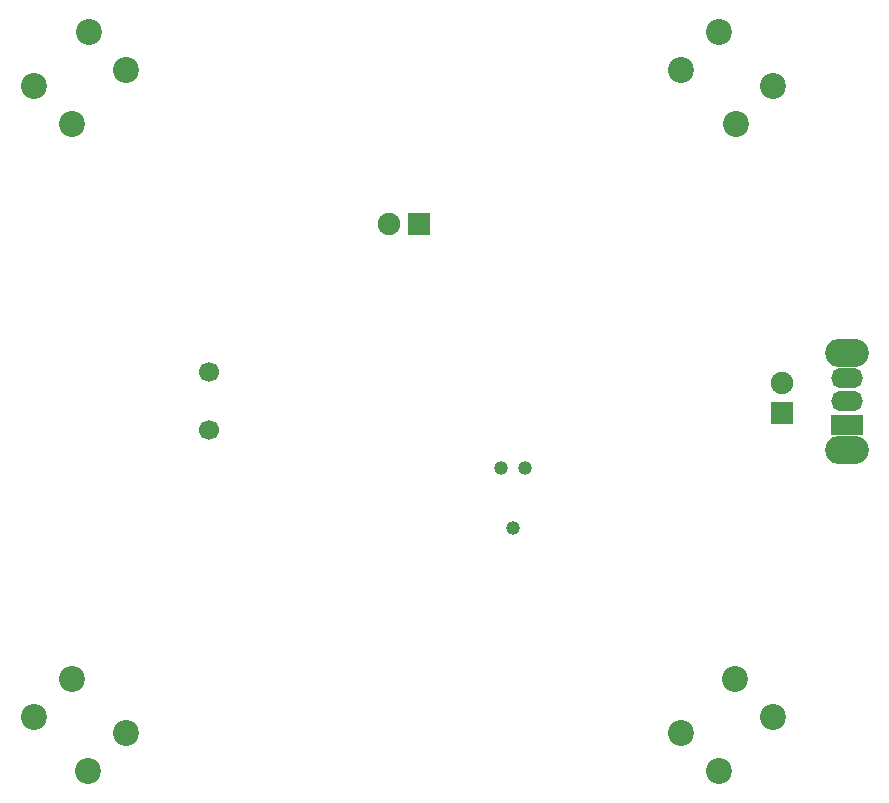
<source format=gbr>
G04 #@! TF.GenerationSoftware,KiCad,Pcbnew,(5.1.4)-1*
G04 #@! TF.CreationDate,2019-10-23T12:43:35-04:00*
G04 #@! TF.ProjectId,RepeatGame,52657065-6174-4476-916d-652e6b696361,A*
G04 #@! TF.SameCoordinates,Original*
G04 #@! TF.FileFunction,Soldermask,Bot*
G04 #@! TF.FilePolarity,Negative*
%FSLAX46Y46*%
G04 Gerber Fmt 4.6, Leading zero omitted, Abs format (unit mm)*
G04 Created by KiCad (PCBNEW (5.1.4)-1) date 2019-10-23 12:43:35*
%MOMM*%
%LPD*%
G04 APERTURE LIST*
%ADD10O,3.700000X2.400000*%
%ADD11O,2.700000X1.700000*%
%ADD12R,2.700000X1.700000*%
%ADD13C,2.200000*%
%ADD14C,1.190600*%
%ADD15O,1.900000X1.900000*%
%ADD16R,1.900000X1.900000*%
%ADD17C,1.700000*%
G04 APERTURE END LIST*
D10*
X172500000Y-65900000D03*
X172500000Y-74100000D03*
D11*
X172500000Y-68000000D03*
X172500000Y-70000000D03*
D12*
X172500000Y-72000000D03*
D13*
X111496194Y-98096194D03*
X108314214Y-101278175D03*
X106900000Y-93500000D03*
X103718019Y-96681981D03*
X106903806Y-46496194D03*
X103721825Y-43314214D03*
X111500000Y-41900000D03*
X108318019Y-38718019D03*
X158503806Y-41903806D03*
X161685786Y-38721825D03*
X163100000Y-46500000D03*
X166281981Y-43318019D03*
X163096194Y-93503806D03*
X166278175Y-96685786D03*
X158500000Y-98100000D03*
X161681981Y-101281981D03*
D14*
X144300000Y-80740000D03*
X145316000Y-75660000D03*
X143284000Y-75660000D03*
D15*
X167000000Y-68460000D03*
D16*
X167000000Y-71000000D03*
D17*
X118500000Y-72380000D03*
X118500000Y-67500000D03*
D15*
X133735000Y-55000000D03*
D16*
X136275000Y-55000000D03*
M02*

</source>
